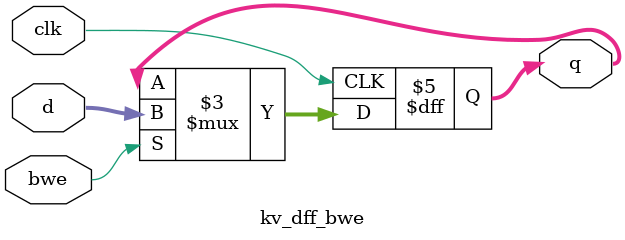
<source format=v>

module kv_dff_bwe (
    clk,
    bwe,
    d,
    q
);
parameter BYTES = 1;
input clk;
input [BYTES - 1:0] bwe;
input [(BYTES * 8) - 1:0] d;
output [(BYTES * 8) - 1:0] q;


integer s0;
reg [(BYTES * 8) - 1:0] q;
always @(posedge clk) begin
    for (s0 = 0; s0 < BYTES; s0 = s0 + 1) begin
        if (bwe[s0]) begin
            q[s0 * 8 +:8] <= d[s0 * 8 +:8];
        end
    end
end

endmodule


</source>
